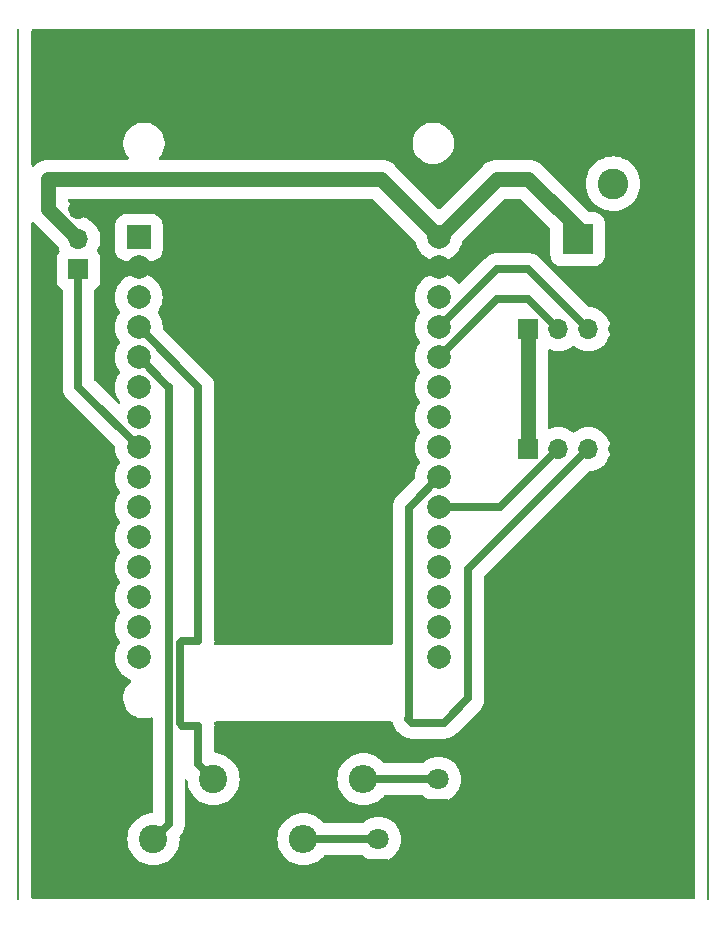
<source format=gbr>
%TF.GenerationSoftware,KiCad,Pcbnew,7.0.8*%
%TF.CreationDate,2023-11-27T10:02:50-05:00*%
%TF.ProjectId,Esquema KiCad Proyecto,45737175-656d-4612-904b-694361642050,rev?*%
%TF.SameCoordinates,Original*%
%TF.FileFunction,Copper,L2,Bot*%
%TF.FilePolarity,Positive*%
%FSLAX46Y46*%
G04 Gerber Fmt 4.6, Leading zero omitted, Abs format (unit mm)*
G04 Created by KiCad (PCBNEW 7.0.8) date 2023-11-27 10:02:50*
%MOMM*%
%LPD*%
G01*
G04 APERTURE LIST*
%TA.AperFunction,NonConductor*%
%ADD10C,0.200000*%
%TD*%
%TA.AperFunction,ComponentPad*%
%ADD11R,2.000000X2.000000*%
%TD*%
%TA.AperFunction,ComponentPad*%
%ADD12C,2.000000*%
%TD*%
%TA.AperFunction,ComponentPad*%
%ADD13R,1.700000X1.700000*%
%TD*%
%TA.AperFunction,ComponentPad*%
%ADD14O,1.700000X1.700000*%
%TD*%
%TA.AperFunction,ComponentPad*%
%ADD15C,2.600000*%
%TD*%
%TA.AperFunction,ComponentPad*%
%ADD16R,2.600000X2.600000*%
%TD*%
%TA.AperFunction,ComponentPad*%
%ADD17C,1.800000*%
%TD*%
%TA.AperFunction,ComponentPad*%
%ADD18R,1.800000X1.800000*%
%TD*%
%TA.AperFunction,ComponentPad*%
%ADD19O,2.400000X2.400000*%
%TD*%
%TA.AperFunction,ComponentPad*%
%ADD20C,2.400000*%
%TD*%
%TA.AperFunction,Conductor*%
%ADD21C,0.700000*%
%TD*%
%TA.AperFunction,Conductor*%
%ADD22C,1.300000*%
%TD*%
G04 APERTURE END LIST*
D10*
X226060000Y-35560000D02*
X226060000Y-109220000D01*
X226060000Y-35560000D01*
X167640000Y-35560000D02*
X167640000Y-109220000D01*
X167640000Y-35560000D01*
D11*
%TO.P,U2,1,3V3*%
%TO.N,unconnected-(U2-3V3-Pad1)*%
X177835000Y-53180000D03*
D12*
%TO.P,U2,2,GND*%
%TO.N,GND*%
X177835000Y-55720000D03*
%TO.P,U2,3,D15*%
%TO.N,unconnected-(U2-D15-Pad3)*%
X177835000Y-58260000D03*
%TO.P,U2,4,D2*%
%TO.N,Q Led_Rojo*%
X177835000Y-60800000D03*
%TO.P,U2,5,D4*%
%TO.N,Q Led_Verde*%
X177835000Y-63340000D03*
%TO.P,U2,6,RX2*%
%TO.N,unconnected-(U2-RX2-Pad6)*%
X177835000Y-65880000D03*
%TO.P,U2,7,TX2*%
%TO.N,unconnected-(U2-TX2-Pad7)*%
X177835000Y-68420000D03*
%TO.P,U2,8,D5*%
%TO.N,Q PWM*%
X177835000Y-70960000D03*
%TO.P,U2,9,D18*%
%TO.N,unconnected-(U2-D18-Pad9)*%
X177835000Y-73500000D03*
%TO.P,U2,10,D19*%
%TO.N,unconnected-(U2-D19-Pad10)*%
X177835000Y-76040000D03*
%TO.P,U2,11,D21*%
%TO.N,unconnected-(U2-D21-Pad11)*%
X177835000Y-78580000D03*
%TO.P,U2,12,RX0*%
%TO.N,unconnected-(U2-RX0-Pad12)*%
X177835000Y-81120000D03*
%TO.P,U2,13,TX0*%
%TO.N,unconnected-(U2-TX0-Pad13)*%
X177835000Y-83660000D03*
%TO.P,U2,14,D22*%
%TO.N,unconnected-(U2-D22-Pad14)*%
X177835000Y-86200000D03*
%TO.P,U2,15,D23*%
%TO.N,unconnected-(U2-D23-Pad15)*%
X177835000Y-88740000D03*
%TO.P,U2,16,EN*%
%TO.N,unconnected-(U2-EN-Pad16)*%
X203235000Y-88740000D03*
%TO.P,U2,17,VP*%
%TO.N,unconnected-(U2-VP-Pad17)*%
X203235000Y-86200000D03*
%TO.P,U2,18,VN*%
%TO.N,unconnected-(U2-VN-Pad18)*%
X203235000Y-83660000D03*
%TO.P,U2,19,D34*%
%TO.N,unconnected-(U2-D34-Pad19)*%
X203235000Y-81120000D03*
%TO.P,U2,20,D35*%
%TO.N,unconnected-(U2-D35-Pad20)*%
X203235000Y-78580000D03*
%TO.P,U2,21,D32*%
%TO.N,Q TRIGGER 0*%
X203235000Y-76040000D03*
%TO.P,U2,22,D33*%
%TO.N,Q ECHO 0*%
X203235000Y-73500000D03*
%TO.P,U2,23,D25*%
%TO.N,unconnected-(U2-D25-Pad23)*%
X203235000Y-70960000D03*
%TO.P,U2,24,D26*%
%TO.N,unconnected-(U2-D26-Pad24)*%
X203235000Y-68420000D03*
%TO.P,U2,25,D27*%
%TO.N,unconnected-(U2-D27-Pad25)*%
X203235000Y-65880000D03*
%TO.P,U2,26,D14*%
%TO.N,Q TRIGGER 1*%
X203235000Y-63340000D03*
%TO.P,U2,27,D12*%
%TO.N,Q ECHO 1*%
X203235000Y-60800000D03*
%TO.P,U2,28,D13*%
%TO.N,unconnected-(U2-D13-Pad28)*%
X203235000Y-58260000D03*
%TO.P,U2,29,GND*%
%TO.N,GND*%
X203235000Y-55720000D03*
%TO.P,U2,30,VIN*%
%TO.N,+5V*%
X203235000Y-53180000D03*
%TD*%
D13*
%TO.P,J3,1,Pin_1*%
%TO.N,+5V*%
X210820000Y-60960000D03*
D14*
%TO.P,J3,2,Pin_2*%
%TO.N,Q TRIGGER 1*%
X213360000Y-60960000D03*
%TO.P,J3,3,Pin_3*%
%TO.N,Q ECHO 1*%
X215900000Y-60960000D03*
%TO.P,J3,4,Pin_4*%
%TO.N,GND*%
X218440000Y-60960000D03*
%TD*%
D15*
%TO.P,J2,3*%
%TO.N,N/C*%
X217980000Y-48640000D03*
%TO.P,J2,2*%
%TO.N,GND*%
X220980000Y-53340000D03*
D16*
%TO.P,J2,1*%
%TO.N,+5V*%
X214980000Y-53340000D03*
%TD*%
D13*
%TO.P,J1,1,Pin_1*%
%TO.N,+5V*%
X210820000Y-71120000D03*
D14*
%TO.P,J1,2,Pin_2*%
%TO.N,Q TRIGGER 0*%
X213360000Y-71120000D03*
%TO.P,J1,3,Pin_3*%
%TO.N,Q ECHO 0*%
X215900000Y-71120000D03*
%TO.P,J1,4,Pin_4*%
%TO.N,GND*%
X218440000Y-71120000D03*
%TD*%
D17*
%TO.P,D2,2,A*%
%TO.N,Net-(D2-A)*%
X203200000Y-99060000D03*
D18*
%TO.P,D2,1,K*%
%TO.N,GND*%
X203200000Y-101600000D03*
%TD*%
D13*
%TO.P,M1,1,PWM*%
%TO.N,Q PWM*%
X172720000Y-55880000D03*
D14*
%TO.P,M1,2,+*%
%TO.N,+5V*%
X172720000Y-53340000D03*
%TO.P,M1,3,-*%
%TO.N,GND*%
X172720000Y-50800000D03*
%TD*%
D17*
%TO.P,D1,2,A*%
%TO.N,Net-(D1-A)*%
X198120000Y-104140000D03*
D18*
%TO.P,D1,1,K*%
%TO.N,GND*%
X198120000Y-106680000D03*
%TD*%
D19*
%TO.P,R2,2*%
%TO.N,Net-(D2-A)*%
X196850000Y-99060000D03*
D20*
%TO.P,R2,1*%
%TO.N,Q Led_Rojo*%
X184150000Y-99060000D03*
%TD*%
D19*
%TO.P,R1,2*%
%TO.N,Net-(D1-A)*%
X191770000Y-104140000D03*
D20*
%TO.P,R1,1*%
%TO.N,Q Led_Verde*%
X179070000Y-104140000D03*
%TD*%
D21*
%TO.N,Q Led_Rojo*%
X182880000Y-97790000D02*
X184150000Y-99060000D01*
X181480024Y-94520000D02*
X182880000Y-94520000D01*
X182880000Y-94520000D02*
X182880000Y-97790000D01*
X181275000Y-94314976D02*
X181480024Y-94520000D01*
X181480024Y-87330000D02*
X181275000Y-87535024D01*
X182880000Y-87330000D02*
X181480024Y-87330000D01*
X181275000Y-87535024D02*
X181275000Y-94314976D01*
X182880000Y-65845000D02*
X182880000Y-87330000D01*
X177835000Y-60800000D02*
X182880000Y-65845000D01*
D22*
%TO.N,GND*%
X203235000Y-55720000D02*
X203395000Y-55880000D01*
D21*
%TO.N,Q PWM*%
X172720000Y-65845000D02*
X172720000Y-63500000D01*
X177835000Y-70960000D02*
X172720000Y-65845000D01*
X172720000Y-63500000D02*
X172720000Y-55880000D01*
%TO.N,Q ECHO 1*%
X210820000Y-55880000D02*
X215900000Y-60960000D01*
X203235000Y-60800000D02*
X208155000Y-55880000D01*
X208155000Y-55880000D02*
X210820000Y-55880000D01*
D22*
%TO.N,+5V*%
X208155000Y-48260000D02*
X210820000Y-48260000D01*
X203235000Y-53180000D02*
X208155000Y-48260000D01*
X210820000Y-48260000D02*
X214980000Y-52420000D01*
X214980000Y-52420000D02*
X214980000Y-53340000D01*
%TO.N,GND*%
X177446636Y-55720000D02*
X177835000Y-55720000D01*
X172720000Y-50800000D02*
X172720000Y-50993364D01*
%TO.N,+5V*%
X170180000Y-48260000D02*
X198315000Y-48260000D01*
X172720000Y-53340000D02*
X170180000Y-50800000D01*
X170180000Y-50800000D02*
X170180000Y-48260000D01*
X198315000Y-48260000D02*
X200757500Y-50702500D01*
X200757500Y-50702500D02*
X203235000Y-53180000D01*
X199353204Y-49298204D02*
X200757500Y-50702500D01*
D21*
%TO.N,Q TRIGGER 0*%
X213360000Y-71120000D02*
X208440000Y-76040000D01*
X208440000Y-76040000D02*
X203235000Y-76040000D01*
%TO.N,Q ECHO 0*%
X200950000Y-94270000D02*
X200660000Y-93980000D01*
X203200000Y-94270000D02*
X200950000Y-94270000D01*
%TO.N,Q TRIGGER 1*%
X208155000Y-58420000D02*
X203235000Y-63340000D01*
X210820000Y-58420000D02*
X208155000Y-58420000D01*
X213360000Y-60960000D02*
X210820000Y-58420000D01*
%TO.N,Q ECHO 0*%
X205740000Y-92214848D02*
X203684848Y-94270000D01*
X205740000Y-81280000D02*
X205740000Y-92214848D01*
X203684848Y-94270000D02*
X203200000Y-94270000D01*
X215900000Y-71120000D02*
X205740000Y-81280000D01*
X200665000Y-76070000D02*
X203235000Y-73500000D01*
X200665000Y-93985000D02*
X200665000Y-76070000D01*
%TO.N,Q Led_Verde*%
X180340000Y-65845000D02*
X180340000Y-65860000D01*
X177835000Y-63340000D02*
X180340000Y-65845000D01*
%TO.N,Net-(D2-A)*%
X196850000Y-99060000D02*
X203200000Y-99060000D01*
%TO.N,Net-(D1-A)*%
X191770000Y-104140000D02*
X198120000Y-104140000D01*
%TO.N,Q Led_Verde*%
X180355000Y-102855000D02*
X179070000Y-104140000D01*
X180355000Y-65860000D02*
X180355000Y-102855000D01*
D22*
%TO.N,+5V*%
X210820000Y-66040000D02*
X210820000Y-71120000D01*
X210820000Y-60960000D02*
X210820000Y-66040000D01*
%TD*%
%TA.AperFunction,Conductor*%
%TO.N,GND*%
G36*
X224902539Y-35580185D02*
G01*
X224948294Y-35632989D01*
X224959500Y-35684500D01*
X224959500Y-109095500D01*
X224939815Y-109162539D01*
X224887011Y-109208294D01*
X224835500Y-109219500D01*
X168864500Y-109219500D01*
X168797461Y-109199815D01*
X168751706Y-109147011D01*
X168740500Y-109095500D01*
X168740500Y-51992068D01*
X168760185Y-51925029D01*
X168812989Y-51879274D01*
X168882147Y-51869330D01*
X168945703Y-51898355D01*
X168958786Y-51911532D01*
X169009311Y-51970689D01*
X169056939Y-52011367D01*
X169060490Y-52014650D01*
X170121806Y-53075965D01*
X170939528Y-53893687D01*
X170968029Y-53938034D01*
X171032428Y-54110694D01*
X171094451Y-54224279D01*
X171101962Y-54238035D01*
X171111282Y-54255102D01*
X171126134Y-54323374D01*
X171101718Y-54388839D01*
X171098552Y-54392889D01*
X171030305Y-54476587D01*
X170936089Y-54656954D01*
X170880114Y-54852583D01*
X170880113Y-54852586D01*
X170869500Y-54971965D01*
X170869500Y-54971966D01*
X170869501Y-56788032D01*
X170869501Y-56788033D01*
X170880113Y-56907415D01*
X170936089Y-57103045D01*
X170936090Y-57103048D01*
X170936091Y-57103049D01*
X171030302Y-57283407D01*
X171030304Y-57283409D01*
X171158890Y-57441109D01*
X171321467Y-57573672D01*
X171320103Y-57575344D01*
X171358869Y-57621116D01*
X171369500Y-57671351D01*
X171369500Y-63441034D01*
X171369500Y-65726846D01*
X171369500Y-65726847D01*
X171369500Y-65963153D01*
X171371615Y-65975147D01*
X171379307Y-66018776D01*
X171380013Y-66024139D01*
X171384937Y-66080410D01*
X171399553Y-66134960D01*
X171400724Y-66140242D01*
X171410534Y-66195873D01*
X171429850Y-66248944D01*
X171431477Y-66254105D01*
X171446095Y-66308657D01*
X171446097Y-66308663D01*
X171469972Y-66359863D01*
X171472031Y-66364834D01*
X171491353Y-66417920D01*
X171491357Y-66417930D01*
X171519598Y-66466844D01*
X171522097Y-66471644D01*
X171545964Y-66522828D01*
X171545965Y-66522830D01*
X171578357Y-66569090D01*
X171581264Y-66573653D01*
X171609509Y-66622574D01*
X171609511Y-66622576D01*
X171645814Y-66665840D01*
X171649108Y-66670133D01*
X171681506Y-66716403D01*
X171850733Y-66885630D01*
X171850755Y-66885650D01*
X175795735Y-70830631D01*
X175829220Y-70891954D01*
X175831738Y-70927155D01*
X175829390Y-70959995D01*
X175829390Y-70960001D01*
X175849804Y-71245433D01*
X175910628Y-71525037D01*
X176010635Y-71793166D01*
X176147770Y-72044309D01*
X176147771Y-72044310D01*
X176147774Y-72044315D01*
X176231147Y-72155689D01*
X176231148Y-72155690D01*
X176255564Y-72221155D01*
X176240712Y-72289428D01*
X176231148Y-72304310D01*
X176147770Y-72415690D01*
X176010635Y-72666833D01*
X175910628Y-72934962D01*
X175849804Y-73214566D01*
X175829390Y-73499998D01*
X175829390Y-73500001D01*
X175849804Y-73785433D01*
X175910628Y-74065037D01*
X176010635Y-74333166D01*
X176147770Y-74584309D01*
X176147772Y-74584312D01*
X176147774Y-74584315D01*
X176226514Y-74689500D01*
X176231148Y-74695690D01*
X176255564Y-74761155D01*
X176240712Y-74829428D01*
X176231148Y-74844310D01*
X176147770Y-74955690D01*
X176010635Y-75206833D01*
X175910628Y-75474962D01*
X175849804Y-75754566D01*
X175829390Y-76039998D01*
X175829390Y-76040001D01*
X175849804Y-76325433D01*
X175910628Y-76605037D01*
X176010635Y-76873166D01*
X176147770Y-77124309D01*
X176231148Y-77235690D01*
X176255564Y-77301155D01*
X176240712Y-77369428D01*
X176231150Y-77384306D01*
X176211778Y-77410185D01*
X176147770Y-77495690D01*
X176010635Y-77746833D01*
X175910628Y-78014962D01*
X175849804Y-78294566D01*
X175829390Y-78579998D01*
X175829390Y-78580001D01*
X175849804Y-78865433D01*
X175910628Y-79145037D01*
X176010635Y-79413166D01*
X176147770Y-79664309D01*
X176231148Y-79775690D01*
X176255564Y-79841155D01*
X176240712Y-79909428D01*
X176231148Y-79924310D01*
X176147770Y-80035690D01*
X176010635Y-80286833D01*
X175910628Y-80554962D01*
X175849804Y-80834566D01*
X175829390Y-81119998D01*
X175829390Y-81120001D01*
X175849804Y-81405433D01*
X175910628Y-81685037D01*
X175910630Y-81685043D01*
X175910631Y-81685046D01*
X175987357Y-81890756D01*
X176010635Y-81953166D01*
X176147770Y-82204309D01*
X176231148Y-82315690D01*
X176255564Y-82381155D01*
X176240712Y-82449428D01*
X176231148Y-82464310D01*
X176147770Y-82575690D01*
X176010635Y-82826833D01*
X175910628Y-83094962D01*
X175849804Y-83374566D01*
X175829390Y-83659998D01*
X175829390Y-83660001D01*
X175849804Y-83945433D01*
X175910628Y-84225037D01*
X176010635Y-84493166D01*
X176147770Y-84744309D01*
X176231148Y-84855690D01*
X176255564Y-84921155D01*
X176240712Y-84989428D01*
X176231148Y-85004310D01*
X176147770Y-85115690D01*
X176010635Y-85366833D01*
X175910628Y-85634962D01*
X175849804Y-85914566D01*
X175829390Y-86199998D01*
X175829390Y-86200001D01*
X175849804Y-86485433D01*
X175910628Y-86765037D01*
X176010635Y-87033166D01*
X176147770Y-87284309D01*
X176147772Y-87284312D01*
X176147774Y-87284315D01*
X176181974Y-87330001D01*
X176231148Y-87395690D01*
X176255564Y-87461155D01*
X176240712Y-87529428D01*
X176231148Y-87544310D01*
X176147770Y-87655690D01*
X176010635Y-87906833D01*
X175910628Y-88174962D01*
X175849804Y-88454566D01*
X175829390Y-88739998D01*
X175829390Y-88740001D01*
X175849804Y-89025433D01*
X175910628Y-89305037D01*
X176010635Y-89573166D01*
X176147770Y-89824309D01*
X176147775Y-89824317D01*
X176319254Y-90053387D01*
X176319270Y-90053405D01*
X176521594Y-90255729D01*
X176521612Y-90255745D01*
X176750682Y-90427224D01*
X176750690Y-90427229D01*
X177001833Y-90564364D01*
X177001832Y-90564364D01*
X177001836Y-90564365D01*
X177001839Y-90564367D01*
X177109316Y-90604454D01*
X177165248Y-90646325D01*
X177189665Y-90711789D01*
X177174813Y-90780062D01*
X177143295Y-90817581D01*
X177061015Y-90883197D01*
X176882567Y-91075520D01*
X176734768Y-91292302D01*
X176734767Y-91292303D01*
X176620938Y-91528673D01*
X176543606Y-91779376D01*
X176543605Y-91779381D01*
X176543604Y-91779385D01*
X176528853Y-91877247D01*
X176504500Y-92038812D01*
X176504500Y-92301187D01*
X176517681Y-92388633D01*
X176543604Y-92560615D01*
X176543605Y-92560617D01*
X176543606Y-92560623D01*
X176620938Y-92811326D01*
X176734767Y-93047696D01*
X176734768Y-93047697D01*
X176734770Y-93047700D01*
X176734772Y-93047704D01*
X176761056Y-93086255D01*
X176882567Y-93264479D01*
X177061014Y-93456801D01*
X177061018Y-93456804D01*
X177061019Y-93456805D01*
X177266143Y-93620386D01*
X177493357Y-93751568D01*
X177737584Y-93847420D01*
X177993370Y-93905802D01*
X177993376Y-93905802D01*
X177993379Y-93905803D01*
X178189500Y-93920500D01*
X178189506Y-93920500D01*
X178320500Y-93920500D01*
X178516620Y-93905803D01*
X178516622Y-93905802D01*
X178516630Y-93905802D01*
X178772416Y-93847420D01*
X178835197Y-93822779D01*
X178904794Y-93816611D01*
X178966678Y-93849049D01*
X179001201Y-93909794D01*
X179004500Y-93938208D01*
X179004500Y-101822932D01*
X178984815Y-101889971D01*
X178932011Y-101935726D01*
X178888610Y-101946666D01*
X178782178Y-101953642D01*
X178782166Y-101953643D01*
X178782161Y-101953644D01*
X178782153Y-101953645D01*
X178782150Y-101953646D01*
X178499254Y-102009917D01*
X178499239Y-102009921D01*
X178226094Y-102102642D01*
X177967393Y-102230219D01*
X177967386Y-102230223D01*
X177727547Y-102390478D01*
X177510672Y-102580672D01*
X177320478Y-102797547D01*
X177160223Y-103037386D01*
X177160219Y-103037393D01*
X177032642Y-103296094D01*
X176939921Y-103569239D01*
X176939917Y-103569254D01*
X176883646Y-103852150D01*
X176883644Y-103852162D01*
X176864778Y-104140000D01*
X176883644Y-104427837D01*
X176883646Y-104427849D01*
X176939917Y-104710745D01*
X176939921Y-104710760D01*
X177032642Y-104983905D01*
X177160219Y-105242606D01*
X177160223Y-105242613D01*
X177320478Y-105482452D01*
X177510672Y-105699327D01*
X177727547Y-105889521D01*
X177967386Y-106049776D01*
X177967389Y-106049778D01*
X178226098Y-106177359D01*
X178499247Y-106270081D01*
X178782161Y-106326356D01*
X179070000Y-106345222D01*
X179357839Y-106326356D01*
X179640753Y-106270081D01*
X179913902Y-106177359D01*
X180172611Y-106049778D01*
X180412454Y-105889520D01*
X180629327Y-105699327D01*
X180819520Y-105482454D01*
X180979778Y-105242611D01*
X181107359Y-104983902D01*
X181200081Y-104710753D01*
X181256356Y-104427839D01*
X181275222Y-104140000D01*
X189564778Y-104140000D01*
X189583644Y-104427837D01*
X189583646Y-104427849D01*
X189639917Y-104710745D01*
X189639921Y-104710760D01*
X189732642Y-104983905D01*
X189860219Y-105242606D01*
X189860223Y-105242613D01*
X190020478Y-105482452D01*
X190210672Y-105699327D01*
X190427547Y-105889521D01*
X190667386Y-106049776D01*
X190667389Y-106049778D01*
X190926098Y-106177359D01*
X191199247Y-106270081D01*
X191482161Y-106326356D01*
X191770000Y-106345222D01*
X192057839Y-106326356D01*
X192340753Y-106270081D01*
X192613902Y-106177359D01*
X192872611Y-106049778D01*
X193112454Y-105889520D01*
X193329327Y-105699327D01*
X193475420Y-105532741D01*
X193534422Y-105495317D01*
X193568648Y-105490500D01*
X196731425Y-105490500D01*
X196798464Y-105510185D01*
X196819107Y-105526820D01*
X196872247Y-105579961D01*
X196872253Y-105579966D01*
X196872258Y-105579971D01*
X197089887Y-105742887D01*
X197089891Y-105742889D01*
X197089892Y-105742890D01*
X197328481Y-105873169D01*
X197328480Y-105873169D01*
X197328484Y-105873170D01*
X197328487Y-105873172D01*
X197583199Y-105968175D01*
X197848840Y-106025961D01*
X198100605Y-106043967D01*
X198119999Y-106045355D01*
X198120000Y-106045355D01*
X198120001Y-106045355D01*
X198138100Y-106044060D01*
X198391160Y-106025961D01*
X198656801Y-105968175D01*
X198911513Y-105873172D01*
X198911517Y-105873169D01*
X198911519Y-105873169D01*
X199030813Y-105808029D01*
X199150113Y-105742887D01*
X199367742Y-105579971D01*
X199559971Y-105387742D01*
X199722887Y-105170113D01*
X199853172Y-104931513D01*
X199948175Y-104676801D01*
X200005961Y-104411160D01*
X200025355Y-104140000D01*
X200025354Y-104139992D01*
X200022765Y-104103799D01*
X200005961Y-103868840D01*
X199948175Y-103603199D01*
X199853172Y-103348487D01*
X199853170Y-103348484D01*
X199853169Y-103348480D01*
X199722890Y-103109892D01*
X199722889Y-103109891D01*
X199722887Y-103109887D01*
X199559971Y-102892258D01*
X199559966Y-102892253D01*
X199559961Y-102892247D01*
X199367752Y-102700038D01*
X199367746Y-102700033D01*
X199367742Y-102700029D01*
X199150113Y-102537113D01*
X199150108Y-102537110D01*
X199150107Y-102537109D01*
X198911518Y-102406830D01*
X198911519Y-102406830D01*
X198861920Y-102388330D01*
X198656801Y-102311825D01*
X198656794Y-102311823D01*
X198656793Y-102311823D01*
X198391167Y-102254040D01*
X198391160Y-102254039D01*
X198120001Y-102234645D01*
X198119999Y-102234645D01*
X197848839Y-102254039D01*
X197848832Y-102254040D01*
X197583206Y-102311823D01*
X197583202Y-102311824D01*
X197583199Y-102311825D01*
X197455843Y-102359326D01*
X197328480Y-102406830D01*
X197089892Y-102537109D01*
X197089891Y-102537110D01*
X196872259Y-102700028D01*
X196872247Y-102700038D01*
X196819107Y-102753180D01*
X196757784Y-102786666D01*
X196731425Y-102789500D01*
X193568648Y-102789500D01*
X193501609Y-102769815D01*
X193475420Y-102747259D01*
X193329327Y-102580672D01*
X193112452Y-102390478D01*
X192872613Y-102230223D01*
X192872606Y-102230219D01*
X192613905Y-102102642D01*
X192340760Y-102009921D01*
X192340754Y-102009919D01*
X192340753Y-102009919D01*
X192340751Y-102009918D01*
X192340745Y-102009917D01*
X192057849Y-101953646D01*
X192057839Y-101953644D01*
X191770000Y-101934778D01*
X191482161Y-101953644D01*
X191482155Y-101953645D01*
X191482150Y-101953646D01*
X191199254Y-102009917D01*
X191199239Y-102009921D01*
X190926094Y-102102642D01*
X190667393Y-102230219D01*
X190667386Y-102230223D01*
X190427547Y-102390478D01*
X190210672Y-102580672D01*
X190020478Y-102797547D01*
X189860223Y-103037386D01*
X189860219Y-103037393D01*
X189732642Y-103296094D01*
X189639921Y-103569239D01*
X189639917Y-103569254D01*
X189583646Y-103852150D01*
X189583644Y-103852162D01*
X189564778Y-104140000D01*
X181275222Y-104140000D01*
X181260729Y-103918900D01*
X181275986Y-103850721D01*
X181296778Y-103823116D01*
X181332327Y-103787567D01*
X181351644Y-103768253D01*
X181393492Y-103726404D01*
X181393495Y-103726401D01*
X181425905Y-103680112D01*
X181429185Y-103675840D01*
X181438484Y-103664756D01*
X181465490Y-103632574D01*
X181493734Y-103583652D01*
X181496624Y-103579114D01*
X181529035Y-103532829D01*
X181552904Y-103481639D01*
X181555399Y-103476848D01*
X181558209Y-103471980D01*
X181583644Y-103427927D01*
X181602966Y-103374837D01*
X181605019Y-103369878D01*
X181628903Y-103318663D01*
X181643524Y-103264094D01*
X181645149Y-103258941D01*
X181664463Y-103205876D01*
X181664462Y-103205876D01*
X181664465Y-103205871D01*
X181674276Y-103150225D01*
X181675436Y-103144992D01*
X181690063Y-103090408D01*
X181694985Y-103034139D01*
X181695688Y-103028793D01*
X181705500Y-102973154D01*
X181705500Y-102736847D01*
X181705500Y-99197130D01*
X181725185Y-99130091D01*
X181777989Y-99084336D01*
X181847147Y-99074392D01*
X181910703Y-99103417D01*
X181948477Y-99162195D01*
X181953234Y-99189014D01*
X181962551Y-99331160D01*
X181963644Y-99347837D01*
X181963646Y-99347849D01*
X182019917Y-99630745D01*
X182019921Y-99630760D01*
X182112642Y-99903905D01*
X182240219Y-100162606D01*
X182240223Y-100162613D01*
X182400478Y-100402452D01*
X182590672Y-100619327D01*
X182807547Y-100809521D01*
X183047386Y-100969776D01*
X183047389Y-100969778D01*
X183306098Y-101097359D01*
X183579247Y-101190081D01*
X183862161Y-101246356D01*
X184150000Y-101265222D01*
X184437839Y-101246356D01*
X184720753Y-101190081D01*
X184993902Y-101097359D01*
X185252611Y-100969778D01*
X185492454Y-100809520D01*
X185709327Y-100619327D01*
X185899520Y-100402454D01*
X186059778Y-100162611D01*
X186187359Y-99903902D01*
X186280081Y-99630753D01*
X186336356Y-99347839D01*
X186355222Y-99060000D01*
X194644778Y-99060000D01*
X194663644Y-99347837D01*
X194663646Y-99347849D01*
X194719917Y-99630745D01*
X194719921Y-99630760D01*
X194812642Y-99903905D01*
X194940219Y-100162606D01*
X194940223Y-100162613D01*
X195100478Y-100402452D01*
X195290672Y-100619327D01*
X195507547Y-100809521D01*
X195747386Y-100969776D01*
X195747389Y-100969778D01*
X196006098Y-101097359D01*
X196279247Y-101190081D01*
X196562161Y-101246356D01*
X196850000Y-101265222D01*
X197137839Y-101246356D01*
X197420753Y-101190081D01*
X197693902Y-101097359D01*
X197952611Y-100969778D01*
X198192454Y-100809520D01*
X198409327Y-100619327D01*
X198555420Y-100452741D01*
X198614422Y-100415317D01*
X198648648Y-100410500D01*
X201811425Y-100410500D01*
X201878464Y-100430185D01*
X201899107Y-100446820D01*
X201952247Y-100499961D01*
X201952253Y-100499966D01*
X201952258Y-100499971D01*
X202169887Y-100662887D01*
X202169891Y-100662889D01*
X202169892Y-100662890D01*
X202408481Y-100793169D01*
X202408480Y-100793169D01*
X202408484Y-100793170D01*
X202408487Y-100793172D01*
X202663199Y-100888175D01*
X202928840Y-100945961D01*
X203180605Y-100963967D01*
X203199999Y-100965355D01*
X203200000Y-100965355D01*
X203200001Y-100965355D01*
X203218100Y-100964060D01*
X203471160Y-100945961D01*
X203736801Y-100888175D01*
X203991513Y-100793172D01*
X203991517Y-100793169D01*
X203991519Y-100793169D01*
X204110813Y-100728029D01*
X204230113Y-100662887D01*
X204447742Y-100499971D01*
X204639971Y-100307742D01*
X204802887Y-100090113D01*
X204933172Y-99851513D01*
X205028175Y-99596801D01*
X205085961Y-99331160D01*
X205105355Y-99060000D01*
X205085961Y-98788840D01*
X205028175Y-98523199D01*
X204933172Y-98268487D01*
X204933170Y-98268484D01*
X204933169Y-98268480D01*
X204802890Y-98029892D01*
X204802889Y-98029891D01*
X204802887Y-98029887D01*
X204639971Y-97812258D01*
X204639966Y-97812253D01*
X204639961Y-97812247D01*
X204447752Y-97620038D01*
X204447746Y-97620033D01*
X204447742Y-97620029D01*
X204230113Y-97457113D01*
X204230108Y-97457110D01*
X204230107Y-97457109D01*
X203991518Y-97326830D01*
X203991519Y-97326830D01*
X203941920Y-97308330D01*
X203736801Y-97231825D01*
X203736794Y-97231823D01*
X203736793Y-97231823D01*
X203471167Y-97174040D01*
X203471160Y-97174039D01*
X203200001Y-97154645D01*
X203199999Y-97154645D01*
X202928839Y-97174039D01*
X202928832Y-97174040D01*
X202663206Y-97231823D01*
X202663202Y-97231824D01*
X202663199Y-97231825D01*
X202535843Y-97279326D01*
X202408480Y-97326830D01*
X202169892Y-97457109D01*
X202169891Y-97457110D01*
X201952259Y-97620028D01*
X201952247Y-97620038D01*
X201899107Y-97673180D01*
X201837784Y-97706666D01*
X201811425Y-97709500D01*
X198648648Y-97709500D01*
X198581609Y-97689815D01*
X198555420Y-97667259D01*
X198409327Y-97500672D01*
X198192452Y-97310478D01*
X197952613Y-97150223D01*
X197952606Y-97150219D01*
X197693905Y-97022642D01*
X197420760Y-96929921D01*
X197420754Y-96929919D01*
X197420753Y-96929919D01*
X197420751Y-96929918D01*
X197420745Y-96929917D01*
X197137849Y-96873646D01*
X197137839Y-96873644D01*
X196850000Y-96854778D01*
X196562161Y-96873644D01*
X196562155Y-96873645D01*
X196562150Y-96873646D01*
X196279254Y-96929917D01*
X196279239Y-96929921D01*
X196006094Y-97022642D01*
X195747393Y-97150219D01*
X195747386Y-97150223D01*
X195507547Y-97310478D01*
X195290672Y-97500672D01*
X195100478Y-97717547D01*
X194940223Y-97957386D01*
X194940219Y-97957393D01*
X194812642Y-98216094D01*
X194719921Y-98489239D01*
X194719917Y-98489254D01*
X194663646Y-98772150D01*
X194663644Y-98772162D01*
X194644778Y-99060000D01*
X186355222Y-99060000D01*
X186336356Y-98772161D01*
X186280081Y-98489247D01*
X186187359Y-98216098D01*
X186059778Y-97957389D01*
X185899520Y-97717546D01*
X185892464Y-97709500D01*
X185709327Y-97500672D01*
X185492452Y-97310478D01*
X185252613Y-97150223D01*
X185252606Y-97150219D01*
X184993905Y-97022642D01*
X184720760Y-96929921D01*
X184720754Y-96929919D01*
X184720753Y-96929919D01*
X184720751Y-96929918D01*
X184720745Y-96929917D01*
X184437849Y-96873646D01*
X184437839Y-96873644D01*
X184437832Y-96873643D01*
X184437822Y-96873642D01*
X184346389Y-96867649D01*
X184280781Y-96843622D01*
X184238578Y-96787938D01*
X184230500Y-96743915D01*
X184230500Y-94581673D01*
X184230736Y-94576267D01*
X184232779Y-94552923D01*
X184235659Y-94520000D01*
X184227542Y-94427219D01*
X184216832Y-94304807D01*
X184230599Y-94236307D01*
X184279214Y-94186124D01*
X184340360Y-94170000D01*
X199218120Y-94170000D01*
X199285159Y-94189685D01*
X199330914Y-94242489D01*
X199340236Y-94272468D01*
X199350534Y-94330872D01*
X199383724Y-94422061D01*
X199385350Y-94427219D01*
X199391095Y-94448656D01*
X199391102Y-94448676D01*
X199400477Y-94468781D01*
X199402548Y-94473779D01*
X199431354Y-94552923D01*
X199431357Y-94552930D01*
X199473470Y-94625871D01*
X199475968Y-94630670D01*
X199490963Y-94662827D01*
X199490966Y-94662831D01*
X199511316Y-94691893D01*
X199514224Y-94696458D01*
X199549510Y-94757576D01*
X199573432Y-94786084D01*
X199594878Y-94811643D01*
X199598156Y-94815915D01*
X199626505Y-94856401D01*
X199626508Y-94856404D01*
X199795734Y-95025631D01*
X199795755Y-95025650D01*
X199909853Y-95139748D01*
X199909882Y-95139779D01*
X200078595Y-95308492D01*
X200078598Y-95308494D01*
X200078599Y-95308495D01*
X200124887Y-95340906D01*
X200129150Y-95344177D01*
X200172427Y-95380491D01*
X200221343Y-95408732D01*
X200221346Y-95408734D01*
X200225905Y-95411639D01*
X200272171Y-95444035D01*
X200272172Y-95444035D01*
X200272173Y-95444036D01*
X200272174Y-95444037D01*
X200296332Y-95455301D01*
X200323367Y-95467908D01*
X200328146Y-95470396D01*
X200377074Y-95498645D01*
X200430141Y-95517959D01*
X200435141Y-95520029D01*
X200486337Y-95543903D01*
X200540908Y-95558524D01*
X200546033Y-95560140D01*
X200599129Y-95579466D01*
X200654770Y-95589276D01*
X200660028Y-95590442D01*
X200714592Y-95605063D01*
X200770864Y-95609985D01*
X200776199Y-95610687D01*
X200831847Y-95620500D01*
X200831850Y-95620500D01*
X203802998Y-95620500D01*
X203803001Y-95620500D01*
X203858648Y-95610687D01*
X203863959Y-95609987D01*
X203920256Y-95605063D01*
X203974823Y-95590441D01*
X203980071Y-95589277D01*
X204035719Y-95579466D01*
X204088834Y-95560132D01*
X204093930Y-95558526D01*
X204148511Y-95543903D01*
X204199705Y-95520029D01*
X204204695Y-95517963D01*
X204257771Y-95498646D01*
X204257770Y-95498646D01*
X204257774Y-95498645D01*
X204306711Y-95470389D01*
X204311470Y-95467911D01*
X204362677Y-95444035D01*
X204408965Y-95411622D01*
X204413476Y-95408748D01*
X204462422Y-95380491D01*
X204505699Y-95344175D01*
X204509973Y-95340896D01*
X204556249Y-95308495D01*
X204723343Y-95141401D01*
X204723343Y-95141399D01*
X204730404Y-95134339D01*
X204730410Y-95134332D01*
X206604332Y-93260410D01*
X206604339Y-93260404D01*
X206611399Y-93253343D01*
X206611401Y-93253343D01*
X206778495Y-93086249D01*
X206810903Y-93039963D01*
X206814186Y-93035686D01*
X206850489Y-92992423D01*
X206850491Y-92992421D01*
X206878744Y-92943483D01*
X206881628Y-92938956D01*
X206914035Y-92892677D01*
X206937911Y-92841473D01*
X206940397Y-92836699D01*
X206968645Y-92787774D01*
X206987963Y-92734692D01*
X206990029Y-92729705D01*
X207013903Y-92678511D01*
X207028526Y-92623930D01*
X207030132Y-92618834D01*
X207049466Y-92565719D01*
X207059279Y-92510063D01*
X207060439Y-92504830D01*
X207075063Y-92450256D01*
X207079986Y-92393982D01*
X207080686Y-92388661D01*
X207090501Y-92333001D01*
X207090501Y-92096695D01*
X207090501Y-92093964D01*
X207090500Y-92093939D01*
X207090500Y-81890756D01*
X207110185Y-81823717D01*
X207126814Y-81803080D01*
X215926177Y-73003716D01*
X215987498Y-72970233D01*
X216005001Y-72967716D01*
X216164026Y-72956343D01*
X216422678Y-72900077D01*
X216670689Y-72807574D01*
X216903011Y-72680716D01*
X217114915Y-72522087D01*
X217302087Y-72334915D01*
X217460716Y-72123011D01*
X217587574Y-71890689D01*
X217680077Y-71642678D01*
X217736343Y-71384026D01*
X217755227Y-71120000D01*
X217736343Y-70855974D01*
X217680077Y-70597322D01*
X217587574Y-70349311D01*
X217466091Y-70126833D01*
X217460719Y-70116994D01*
X217460714Y-70116986D01*
X217302093Y-69905092D01*
X217302077Y-69905074D01*
X217114925Y-69717922D01*
X217114907Y-69717906D01*
X216903013Y-69559285D01*
X216903005Y-69559280D01*
X216670694Y-69432428D01*
X216670690Y-69432426D01*
X216422673Y-69339921D01*
X216164034Y-69283658D01*
X216164027Y-69283657D01*
X215900001Y-69264773D01*
X215899999Y-69264773D01*
X215635972Y-69283657D01*
X215635965Y-69283658D01*
X215377326Y-69339921D01*
X215129309Y-69432426D01*
X215129305Y-69432428D01*
X214896994Y-69559280D01*
X214896986Y-69559285D01*
X214704310Y-69703520D01*
X214638845Y-69727937D01*
X214570573Y-69713085D01*
X214555690Y-69703520D01*
X214363013Y-69559285D01*
X214363005Y-69559280D01*
X214130694Y-69432428D01*
X214130690Y-69432426D01*
X213882673Y-69339921D01*
X213624034Y-69283658D01*
X213624027Y-69283657D01*
X213360001Y-69264773D01*
X213359999Y-69264773D01*
X213095972Y-69283657D01*
X213095965Y-69283658D01*
X212837326Y-69339921D01*
X212637833Y-69414328D01*
X212568141Y-69419312D01*
X212506818Y-69385827D01*
X212473334Y-69324504D01*
X212470500Y-69298146D01*
X212470500Y-62781853D01*
X212490185Y-62714814D01*
X212542989Y-62669059D01*
X212612147Y-62659115D01*
X212637824Y-62665668D01*
X212837322Y-62740077D01*
X213095974Y-62796343D01*
X213339660Y-62813772D01*
X213359999Y-62815227D01*
X213360000Y-62815227D01*
X213360001Y-62815227D01*
X213378885Y-62813876D01*
X213624026Y-62796343D01*
X213882678Y-62740077D01*
X214130689Y-62647574D01*
X214363011Y-62520716D01*
X214554645Y-62377261D01*
X214555690Y-62376479D01*
X214621154Y-62352062D01*
X214689427Y-62366914D01*
X214704310Y-62376479D01*
X214896986Y-62520714D01*
X214896994Y-62520719D01*
X215129305Y-62647571D01*
X215129309Y-62647573D01*
X215129311Y-62647574D01*
X215377322Y-62740077D01*
X215377325Y-62740077D01*
X215377326Y-62740078D01*
X215537650Y-62774954D01*
X215635974Y-62796343D01*
X215879660Y-62813772D01*
X215899999Y-62815227D01*
X215900000Y-62815227D01*
X215900001Y-62815227D01*
X215918885Y-62813876D01*
X216164026Y-62796343D01*
X216422678Y-62740077D01*
X216670689Y-62647574D01*
X216903011Y-62520716D01*
X217114915Y-62362087D01*
X217302087Y-62174915D01*
X217460716Y-61963011D01*
X217587574Y-61730689D01*
X217680077Y-61482678D01*
X217736343Y-61224026D01*
X217755227Y-60960000D01*
X217736343Y-60695974D01*
X217680077Y-60437322D01*
X217587574Y-60189311D01*
X217466091Y-59966833D01*
X217460719Y-59956994D01*
X217460714Y-59956986D01*
X217302093Y-59745092D01*
X217302077Y-59745074D01*
X217114925Y-59557922D01*
X217114907Y-59557906D01*
X216903013Y-59399285D01*
X216903005Y-59399280D01*
X216670694Y-59272428D01*
X216670690Y-59272426D01*
X216422673Y-59179921D01*
X216164034Y-59123658D01*
X216164027Y-59123657D01*
X216005009Y-59112283D01*
X215939545Y-59087866D01*
X215926175Y-59076280D01*
X211860650Y-55010755D01*
X211860630Y-55010733D01*
X211691403Y-54841506D01*
X211645133Y-54809108D01*
X211640840Y-54805814D01*
X211597576Y-54769511D01*
X211597574Y-54769509D01*
X211548653Y-54741264D01*
X211544090Y-54738357D01*
X211497830Y-54705965D01*
X211497828Y-54705964D01*
X211446644Y-54682097D01*
X211441844Y-54679598D01*
X211392930Y-54651357D01*
X211392928Y-54651356D01*
X211392926Y-54651355D01*
X211339834Y-54632031D01*
X211334863Y-54629972D01*
X211302555Y-54614906D01*
X211283664Y-54606097D01*
X211283657Y-54606095D01*
X211229105Y-54591477D01*
X211223944Y-54589850D01*
X211170873Y-54570534D01*
X211115242Y-54560724D01*
X211109960Y-54559553D01*
X211055410Y-54544937D01*
X210999139Y-54540013D01*
X210993776Y-54539307D01*
X210968858Y-54534914D01*
X210938153Y-54529500D01*
X210938149Y-54529500D01*
X208275710Y-54529500D01*
X208275686Y-54529499D01*
X208273153Y-54529499D01*
X208036847Y-54529499D01*
X207985319Y-54538583D01*
X207981218Y-54539307D01*
X207975855Y-54540013D01*
X207919589Y-54544937D01*
X207865036Y-54559554D01*
X207859755Y-54560725D01*
X207804128Y-54570534D01*
X207751063Y-54589848D01*
X207745902Y-54591475D01*
X207691338Y-54606096D01*
X207640138Y-54629969D01*
X207635143Y-54632038D01*
X207582070Y-54651356D01*
X207533149Y-54679600D01*
X207528352Y-54682096D01*
X207477174Y-54705963D01*
X207430908Y-54738358D01*
X207426347Y-54741263D01*
X207377425Y-54769510D01*
X207334157Y-54805814D01*
X207329867Y-54809106D01*
X207283603Y-54841501D01*
X207283595Y-54841508D01*
X207116502Y-55008602D01*
X205035057Y-57090046D01*
X204973734Y-57123531D01*
X204904042Y-57118547D01*
X204848109Y-57076676D01*
X204831989Y-57055142D01*
X204750739Y-56946605D01*
X204750734Y-56946600D01*
X204750729Y-56946594D01*
X204548405Y-56744270D01*
X204548387Y-56744254D01*
X204319317Y-56572775D01*
X204319309Y-56572770D01*
X204068166Y-56435635D01*
X204068167Y-56435635D01*
X203960915Y-56395632D01*
X203800046Y-56335631D01*
X203800043Y-56335630D01*
X203800037Y-56335628D01*
X203520433Y-56274804D01*
X203235001Y-56254390D01*
X203234999Y-56254390D01*
X202949566Y-56274804D01*
X202669962Y-56335628D01*
X202401833Y-56435635D01*
X202150690Y-56572770D01*
X202150682Y-56572775D01*
X201921612Y-56744254D01*
X201921594Y-56744270D01*
X201719270Y-56946594D01*
X201719254Y-56946612D01*
X201547775Y-57175682D01*
X201547770Y-57175690D01*
X201410635Y-57426833D01*
X201310628Y-57694962D01*
X201249804Y-57974566D01*
X201229390Y-58259998D01*
X201229390Y-58260001D01*
X201249804Y-58545433D01*
X201310628Y-58825037D01*
X201410635Y-59093166D01*
X201547770Y-59344309D01*
X201631148Y-59455690D01*
X201655564Y-59521155D01*
X201640712Y-59589428D01*
X201631148Y-59604310D01*
X201547770Y-59715690D01*
X201410635Y-59966833D01*
X201310628Y-60234962D01*
X201249804Y-60514566D01*
X201229390Y-60799998D01*
X201229390Y-60800001D01*
X201249804Y-61085433D01*
X201310628Y-61365037D01*
X201410635Y-61633166D01*
X201547770Y-61884309D01*
X201547772Y-61884312D01*
X201547774Y-61884315D01*
X201631148Y-61995690D01*
X201655564Y-62061155D01*
X201640712Y-62129428D01*
X201631148Y-62144310D01*
X201547770Y-62255690D01*
X201410635Y-62506833D01*
X201310628Y-62774962D01*
X201249804Y-63054566D01*
X201229390Y-63339998D01*
X201229390Y-63340001D01*
X201249804Y-63625433D01*
X201310628Y-63905037D01*
X201410635Y-64173166D01*
X201547770Y-64424309D01*
X201631148Y-64535690D01*
X201655564Y-64601155D01*
X201640712Y-64669428D01*
X201631148Y-64684310D01*
X201547770Y-64795690D01*
X201410635Y-65046833D01*
X201310628Y-65314962D01*
X201249804Y-65594566D01*
X201229390Y-65879998D01*
X201229390Y-65880001D01*
X201249804Y-66165433D01*
X201310628Y-66445037D01*
X201310630Y-66445043D01*
X201310631Y-66445046D01*
X201410633Y-66713161D01*
X201410635Y-66713166D01*
X201547770Y-66964309D01*
X201547771Y-66964310D01*
X201547774Y-66964315D01*
X201631147Y-67075689D01*
X201631148Y-67075690D01*
X201655564Y-67141155D01*
X201640712Y-67209428D01*
X201631151Y-67224305D01*
X201590547Y-67278546D01*
X201547770Y-67335690D01*
X201410635Y-67586833D01*
X201310628Y-67854962D01*
X201249804Y-68134566D01*
X201229390Y-68419998D01*
X201229390Y-68420001D01*
X201249804Y-68705433D01*
X201310628Y-68985037D01*
X201410635Y-69253166D01*
X201547770Y-69504309D01*
X201631148Y-69615690D01*
X201655564Y-69681155D01*
X201640712Y-69749428D01*
X201631148Y-69764310D01*
X201547770Y-69875690D01*
X201410635Y-70126833D01*
X201310628Y-70394962D01*
X201249804Y-70674566D01*
X201229390Y-70959998D01*
X201229390Y-70960001D01*
X201249804Y-71245433D01*
X201310628Y-71525037D01*
X201410635Y-71793166D01*
X201547770Y-72044309D01*
X201547771Y-72044310D01*
X201547774Y-72044315D01*
X201631147Y-72155689D01*
X201631148Y-72155690D01*
X201655564Y-72221155D01*
X201640712Y-72289428D01*
X201631148Y-72304310D01*
X201547770Y-72415690D01*
X201410635Y-72666833D01*
X201310628Y-72934962D01*
X201249804Y-73214566D01*
X201229390Y-73499998D01*
X201229390Y-73500004D01*
X201231738Y-73532844D01*
X201216885Y-73601116D01*
X201195735Y-73629368D01*
X199793602Y-75031502D01*
X199626508Y-75198595D01*
X199626501Y-75198603D01*
X199594109Y-75244863D01*
X199590817Y-75249154D01*
X199554513Y-75292419D01*
X199554508Y-75292427D01*
X199526262Y-75341348D01*
X199523356Y-75345910D01*
X199490965Y-75392169D01*
X199467095Y-75443356D01*
X199464598Y-75448153D01*
X199436357Y-75497070D01*
X199436351Y-75497083D01*
X199417033Y-75550158D01*
X199414963Y-75555156D01*
X199391099Y-75606330D01*
X199391095Y-75606342D01*
X199376477Y-75660895D01*
X199374850Y-75666056D01*
X199355534Y-75719126D01*
X199345724Y-75774757D01*
X199344554Y-75780037D01*
X199329937Y-75834593D01*
X199325013Y-75890861D01*
X199324307Y-75896224D01*
X199314500Y-75951847D01*
X199314500Y-75951850D01*
X199314500Y-87556000D01*
X199294815Y-87623039D01*
X199242011Y-87668794D01*
X199190500Y-87680000D01*
X184340360Y-87680000D01*
X184273321Y-87660315D01*
X184227566Y-87607511D01*
X184216832Y-87545193D01*
X184235659Y-87330001D01*
X184235659Y-87329999D01*
X184231662Y-87284315D01*
X184230735Y-87273728D01*
X184230500Y-87268326D01*
X184230500Y-65726848D01*
X184230500Y-65726846D01*
X184220688Y-65671205D01*
X184219984Y-65665852D01*
X184215063Y-65609594D01*
X184215061Y-65609585D01*
X184200441Y-65555024D01*
X184199275Y-65549768D01*
X184189465Y-65494129D01*
X184170147Y-65441054D01*
X184168521Y-65435895D01*
X184153904Y-65381341D01*
X184153903Y-65381337D01*
X184130026Y-65330133D01*
X184127965Y-65325158D01*
X184108644Y-65272074D01*
X184080395Y-65223145D01*
X184077912Y-65218375D01*
X184054035Y-65167171D01*
X184021634Y-65120898D01*
X184018728Y-65116335D01*
X184006210Y-65094655D01*
X183990490Y-65067426D01*
X183990488Y-65067424D01*
X183990488Y-65067423D01*
X183954192Y-65024168D01*
X183950898Y-65019875D01*
X183918491Y-64973594D01*
X183751401Y-64806505D01*
X183751400Y-64806504D01*
X179874264Y-60929369D01*
X179840779Y-60868046D01*
X179838261Y-60832841D01*
X179840610Y-60799999D01*
X179840610Y-60799998D01*
X179833169Y-60695965D01*
X179820196Y-60514572D01*
X179803392Y-60437326D01*
X179759371Y-60234962D01*
X179759370Y-60234960D01*
X179759369Y-60234954D01*
X179659367Y-59966839D01*
X179653988Y-59956989D01*
X179522229Y-59715690D01*
X179522228Y-59715689D01*
X179522226Y-59715685D01*
X179438849Y-59604307D01*
X179414434Y-59538847D01*
X179429285Y-59470574D01*
X179438841Y-59455703D01*
X179522226Y-59344315D01*
X179659367Y-59093161D01*
X179759369Y-58825046D01*
X179820196Y-58545428D01*
X179840610Y-58260000D01*
X179820196Y-57974572D01*
X179759369Y-57694954D01*
X179659367Y-57426839D01*
X179531830Y-57193274D01*
X179522229Y-57175690D01*
X179522224Y-57175682D01*
X179350745Y-56946612D01*
X179350729Y-56946594D01*
X179148405Y-56744270D01*
X179148387Y-56744254D01*
X178919317Y-56572775D01*
X178919309Y-56572770D01*
X178668166Y-56435635D01*
X178668167Y-56435635D01*
X178560915Y-56395632D01*
X178400046Y-56335631D01*
X178400043Y-56335630D01*
X178400037Y-56335628D01*
X178120433Y-56274804D01*
X177835001Y-56254390D01*
X177834999Y-56254390D01*
X177549566Y-56274804D01*
X177269962Y-56335628D01*
X177001833Y-56435635D01*
X176750690Y-56572770D01*
X176750682Y-56572775D01*
X176521612Y-56744254D01*
X176521594Y-56744270D01*
X176319270Y-56946594D01*
X176319254Y-56946612D01*
X176147775Y-57175682D01*
X176147770Y-57175690D01*
X176010635Y-57426833D01*
X175910628Y-57694962D01*
X175849804Y-57974566D01*
X175829390Y-58259998D01*
X175829390Y-58260001D01*
X175849804Y-58545433D01*
X175910628Y-58825037D01*
X176010635Y-59093166D01*
X176147770Y-59344309D01*
X176231148Y-59455690D01*
X176255564Y-59521155D01*
X176240712Y-59589428D01*
X176231148Y-59604310D01*
X176147770Y-59715690D01*
X176010635Y-59966833D01*
X175910628Y-60234962D01*
X175849804Y-60514566D01*
X175829390Y-60799998D01*
X175829390Y-60800001D01*
X175849804Y-61085433D01*
X175910628Y-61365037D01*
X176010635Y-61633166D01*
X176147770Y-61884309D01*
X176147772Y-61884312D01*
X176147774Y-61884315D01*
X176231148Y-61995690D01*
X176255564Y-62061155D01*
X176240712Y-62129428D01*
X176231148Y-62144310D01*
X176147770Y-62255690D01*
X176010635Y-62506833D01*
X175910628Y-62774962D01*
X175849804Y-63054566D01*
X175829390Y-63339998D01*
X175829390Y-63340001D01*
X175849804Y-63625433D01*
X175910628Y-63905037D01*
X176010635Y-64173166D01*
X176147770Y-64424309D01*
X176231148Y-64535690D01*
X176255564Y-64601155D01*
X176240712Y-64669428D01*
X176231148Y-64684310D01*
X176147770Y-64795690D01*
X176010635Y-65046833D01*
X175910628Y-65314962D01*
X175849804Y-65594566D01*
X175829390Y-65879998D01*
X175829390Y-65880001D01*
X175849804Y-66165433D01*
X175910628Y-66445037D01*
X175910630Y-66445043D01*
X175910631Y-66445046D01*
X176010633Y-66713161D01*
X176010635Y-66713166D01*
X176147770Y-66964309D01*
X176147775Y-66964317D01*
X176231147Y-67075689D01*
X176255564Y-67141153D01*
X176240712Y-67209426D01*
X176231150Y-67224305D01*
X176221893Y-67236672D01*
X176165961Y-67278546D01*
X176096270Y-67283533D01*
X176034947Y-67250052D01*
X174106819Y-65321923D01*
X174073334Y-65260600D01*
X174070500Y-65234242D01*
X174070500Y-57671351D01*
X174090185Y-57604312D01*
X174119413Y-57574751D01*
X174118533Y-57573672D01*
X174281109Y-57441109D01*
X174292745Y-57426839D01*
X174409698Y-57283407D01*
X174503909Y-57103049D01*
X174559886Y-56907418D01*
X174570500Y-56788037D01*
X174570499Y-54971964D01*
X174559886Y-54852582D01*
X174503909Y-54656951D01*
X174409698Y-54476593D01*
X174341447Y-54392890D01*
X174314338Y-54328494D01*
X174326347Y-54259664D01*
X174328706Y-54255122D01*
X174407574Y-54110689D01*
X174500077Y-53862678D01*
X174556343Y-53604026D01*
X174575227Y-53340000D01*
X174556343Y-53075974D01*
X174500077Y-52817322D01*
X174407574Y-52569311D01*
X174280716Y-52336989D01*
X174280714Y-52336986D01*
X174122093Y-52125092D01*
X174122077Y-52125074D01*
X174118969Y-52121966D01*
X175834500Y-52121966D01*
X175834501Y-54238032D01*
X175834501Y-54238033D01*
X175845113Y-54357415D01*
X175901089Y-54553045D01*
X175901090Y-54553048D01*
X175901091Y-54553049D01*
X175995302Y-54733407D01*
X176000608Y-54739914D01*
X176123890Y-54891109D01*
X176217803Y-54967684D01*
X176281593Y-55019698D01*
X176461951Y-55113909D01*
X176657582Y-55169886D01*
X176776963Y-55180500D01*
X176776964Y-55180499D01*
X176776965Y-55180500D01*
X176776966Y-55180500D01*
X177683851Y-55180499D01*
X178893036Y-55180499D01*
X179012418Y-55169886D01*
X179208049Y-55113909D01*
X179388407Y-55019698D01*
X179546109Y-54891109D01*
X179674698Y-54733407D01*
X179768909Y-54553049D01*
X179824886Y-54357418D01*
X179835500Y-54238037D01*
X179835499Y-52121964D01*
X179824886Y-52002582D01*
X179768909Y-51806951D01*
X179674698Y-51626593D01*
X179620014Y-51559528D01*
X179546109Y-51468890D01*
X179388409Y-51340304D01*
X179388410Y-51340304D01*
X179388407Y-51340302D01*
X179208049Y-51246091D01*
X179208048Y-51246090D01*
X179208045Y-51246089D01*
X179090829Y-51212550D01*
X179012418Y-51190114D01*
X179012415Y-51190113D01*
X179012413Y-51190113D01*
X178921983Y-51182073D01*
X178893037Y-51179500D01*
X178893035Y-51179500D01*
X178893034Y-51179500D01*
X177986148Y-51179500D01*
X176776964Y-51179501D01*
X176747727Y-51182100D01*
X176657584Y-51190113D01*
X176461954Y-51246089D01*
X176371772Y-51293196D01*
X176281593Y-51340302D01*
X176281591Y-51340303D01*
X176281590Y-51340304D01*
X176123890Y-51468890D01*
X175995304Y-51626590D01*
X175901089Y-51806954D01*
X175856332Y-51963376D01*
X175848123Y-51992068D01*
X175845114Y-52002583D01*
X175845113Y-52002586D01*
X175834500Y-52121965D01*
X175834500Y-52121966D01*
X174118969Y-52121966D01*
X173934925Y-51937922D01*
X173934907Y-51937906D01*
X173723013Y-51779285D01*
X173723005Y-51779280D01*
X173490694Y-51652428D01*
X173490695Y-51652428D01*
X173318034Y-51588029D01*
X173273687Y-51559528D01*
X171866819Y-50152659D01*
X171833334Y-50091336D01*
X171830500Y-50064978D01*
X171830500Y-50034500D01*
X171850185Y-49967461D01*
X171902989Y-49921706D01*
X171954500Y-49910500D01*
X197579978Y-49910500D01*
X197647017Y-49930185D01*
X197667659Y-49946819D01*
X198140266Y-50419426D01*
X198895231Y-51174390D01*
X199544489Y-51823648D01*
X199544502Y-51823662D01*
X201241721Y-53520881D01*
X201275206Y-53582204D01*
X201310628Y-53745037D01*
X201310630Y-53745043D01*
X201310631Y-53745046D01*
X201373186Y-53912762D01*
X201410635Y-54013166D01*
X201547770Y-54264309D01*
X201547775Y-54264317D01*
X201719254Y-54493387D01*
X201719270Y-54493405D01*
X201921594Y-54695729D01*
X201921612Y-54695745D01*
X202150682Y-54867224D01*
X202150690Y-54867229D01*
X202401833Y-55004364D01*
X202401832Y-55004364D01*
X202401836Y-55004365D01*
X202401839Y-55004367D01*
X202669954Y-55104369D01*
X202669960Y-55104370D01*
X202669962Y-55104371D01*
X202949566Y-55165195D01*
X202949568Y-55165195D01*
X202949572Y-55165196D01*
X203203220Y-55183337D01*
X203234999Y-55185610D01*
X203235000Y-55185610D01*
X203235001Y-55185610D01*
X203263595Y-55183564D01*
X203520428Y-55165196D01*
X203800046Y-55104369D01*
X204068161Y-55004367D01*
X204319315Y-54867226D01*
X204548395Y-54695739D01*
X204750739Y-54493395D01*
X204922226Y-54264315D01*
X205059367Y-54013161D01*
X205159369Y-53745046D01*
X205194792Y-53582203D01*
X205228273Y-53520885D01*
X208802341Y-49946819D01*
X208863664Y-49913334D01*
X208890022Y-49910500D01*
X210084978Y-49910500D01*
X210152017Y-49930185D01*
X210172659Y-49946819D01*
X212643181Y-52417340D01*
X212676666Y-52478663D01*
X212679500Y-52505021D01*
X212679501Y-54698032D01*
X212679501Y-54698033D01*
X212690113Y-54817415D01*
X212746089Y-55013045D01*
X212746090Y-55013048D01*
X212746091Y-55013049D01*
X212840302Y-55193407D01*
X212840304Y-55193409D01*
X212968890Y-55351109D01*
X213062803Y-55427684D01*
X213126593Y-55479698D01*
X213306951Y-55573909D01*
X213502582Y-55629886D01*
X213621963Y-55640500D01*
X213621964Y-55640499D01*
X213621965Y-55640500D01*
X213621966Y-55640500D01*
X214785994Y-55640499D01*
X216338036Y-55640499D01*
X216457418Y-55629886D01*
X216653049Y-55573909D01*
X216833407Y-55479698D01*
X216991109Y-55351109D01*
X217119698Y-55193407D01*
X217213909Y-55013049D01*
X217269886Y-54817418D01*
X217280500Y-54698037D01*
X217280499Y-51981964D01*
X217269886Y-51862582D01*
X217213909Y-51666951D01*
X217119698Y-51486593D01*
X217067684Y-51422803D01*
X216991109Y-51328890D01*
X216833409Y-51200304D01*
X216833410Y-51200304D01*
X216833407Y-51200302D01*
X216653049Y-51106091D01*
X216653048Y-51106090D01*
X216653045Y-51106089D01*
X216535829Y-51072550D01*
X216457418Y-51050114D01*
X216457415Y-51050113D01*
X216457413Y-51050113D01*
X216366983Y-51042073D01*
X216338037Y-51039500D01*
X216338035Y-51039500D01*
X215985021Y-51039500D01*
X215917982Y-51019815D01*
X215897340Y-51003181D01*
X214130842Y-49236683D01*
X213534159Y-48640000D01*
X215674564Y-48640000D01*
X215694287Y-48940918D01*
X215694288Y-48940930D01*
X215753118Y-49236683D01*
X215753122Y-49236698D01*
X215850053Y-49522247D01*
X215850062Y-49522268D01*
X215983431Y-49792713D01*
X215983435Y-49792720D01*
X216150973Y-50043459D01*
X216349810Y-50270189D01*
X216576540Y-50469026D01*
X216827279Y-50636564D01*
X216827286Y-50636568D01*
X217097731Y-50769937D01*
X217097736Y-50769939D01*
X217097748Y-50769945D01*
X217383309Y-50866880D01*
X217583251Y-50906651D01*
X217679069Y-50925711D01*
X217679070Y-50925711D01*
X217679080Y-50925713D01*
X217980000Y-50945436D01*
X218280920Y-50925713D01*
X218576691Y-50866880D01*
X218862252Y-50769945D01*
X219132718Y-50636566D01*
X219383461Y-50469025D01*
X219610189Y-50270189D01*
X219809025Y-50043461D01*
X219976566Y-49792718D01*
X220109945Y-49522252D01*
X220206880Y-49236691D01*
X220265713Y-48940920D01*
X220285436Y-48640000D01*
X220265713Y-48339080D01*
X220206880Y-48043309D01*
X220109945Y-47757748D01*
X219976566Y-47487282D01*
X219951781Y-47450189D01*
X219809026Y-47236540D01*
X219610189Y-47009810D01*
X219383459Y-46810973D01*
X219132720Y-46643435D01*
X219132713Y-46643431D01*
X218862268Y-46510062D01*
X218862247Y-46510053D01*
X218576698Y-46413122D01*
X218576692Y-46413120D01*
X218576691Y-46413120D01*
X218576689Y-46413119D01*
X218576683Y-46413118D01*
X218280930Y-46354288D01*
X218280921Y-46354287D01*
X218280920Y-46354287D01*
X217980000Y-46334564D01*
X217679080Y-46354287D01*
X217679079Y-46354287D01*
X217679069Y-46354288D01*
X217383316Y-46413118D01*
X217383301Y-46413122D01*
X217097752Y-46510053D01*
X217097731Y-46510062D01*
X216827286Y-46643431D01*
X216827279Y-46643435D01*
X216576540Y-46810973D01*
X216349810Y-47009810D01*
X216150973Y-47236540D01*
X215983435Y-47487279D01*
X215983431Y-47487286D01*
X215850062Y-47757731D01*
X215850053Y-47757752D01*
X215753122Y-48043301D01*
X215753118Y-48043316D01*
X215694288Y-48339069D01*
X215694287Y-48339081D01*
X215674564Y-48640000D01*
X213534159Y-48640000D01*
X212034650Y-47140490D01*
X212031367Y-47136939D01*
X211990689Y-47089311D01*
X211793140Y-46920588D01*
X211571628Y-46784846D01*
X211571627Y-46784845D01*
X211571623Y-46784843D01*
X211405627Y-46716086D01*
X211331610Y-46685427D01*
X211331611Y-46685427D01*
X211156685Y-46643431D01*
X211078994Y-46624779D01*
X211078992Y-46624778D01*
X211078991Y-46624778D01*
X210884853Y-46609500D01*
X210882426Y-46609309D01*
X210820000Y-46604396D01*
X210819999Y-46604396D01*
X210757573Y-46609309D01*
X210752707Y-46609500D01*
X208222293Y-46609500D01*
X208217427Y-46609309D01*
X208155000Y-46604396D01*
X208090147Y-46609500D01*
X207896009Y-46624778D01*
X207643389Y-46685427D01*
X207403376Y-46784843D01*
X207181859Y-46920588D01*
X206984310Y-47089312D01*
X206943641Y-47136927D01*
X206940336Y-47140502D01*
X203322680Y-50758158D01*
X203261357Y-50791643D01*
X203191665Y-50786659D01*
X203147318Y-50758158D01*
X201878662Y-49489502D01*
X201878648Y-49489489D01*
X201330079Y-48940920D01*
X200474426Y-48085266D01*
X200146891Y-47757731D01*
X199529650Y-47140490D01*
X199526367Y-47136939D01*
X199485689Y-47089311D01*
X199288140Y-46920588D01*
X199066628Y-46784846D01*
X199066627Y-46784845D01*
X199066623Y-46784843D01*
X198900627Y-46716086D01*
X198826610Y-46685427D01*
X198826611Y-46685427D01*
X198651685Y-46643431D01*
X198573994Y-46624779D01*
X198573992Y-46624778D01*
X198573991Y-46624778D01*
X198379853Y-46609500D01*
X198377426Y-46609309D01*
X198315000Y-46604396D01*
X198314999Y-46604396D01*
X198252573Y-46609309D01*
X198247707Y-46609500D01*
X179637904Y-46609500D01*
X179570865Y-46589815D01*
X179525110Y-46537011D01*
X179515166Y-46467853D01*
X179544191Y-46404297D01*
X179547006Y-46401159D01*
X179627429Y-46314483D01*
X179627433Y-46314479D01*
X179775228Y-46097704D01*
X179889063Y-45861323D01*
X179966396Y-45610615D01*
X180005499Y-45351187D01*
X201014500Y-45351187D01*
X201034794Y-45485823D01*
X201053604Y-45610615D01*
X201053605Y-45610617D01*
X201053606Y-45610623D01*
X201130938Y-45861326D01*
X201244767Y-46097696D01*
X201244768Y-46097697D01*
X201244770Y-46097700D01*
X201244772Y-46097704D01*
X201392567Y-46314479D01*
X201571014Y-46506801D01*
X201571018Y-46506804D01*
X201571019Y-46506805D01*
X201776143Y-46670386D01*
X202003357Y-46801568D01*
X202247584Y-46897420D01*
X202503370Y-46955802D01*
X202503376Y-46955802D01*
X202503379Y-46955803D01*
X202699500Y-46970500D01*
X202699506Y-46970500D01*
X202830500Y-46970500D01*
X203026620Y-46955803D01*
X203026622Y-46955802D01*
X203026630Y-46955802D01*
X203282416Y-46897420D01*
X203526643Y-46801568D01*
X203753857Y-46670386D01*
X203958981Y-46506805D01*
X204137433Y-46314479D01*
X204285228Y-46097704D01*
X204399063Y-45861323D01*
X204476396Y-45610615D01*
X204515500Y-45351182D01*
X204515500Y-45088818D01*
X204476396Y-44829385D01*
X204399063Y-44578677D01*
X204387121Y-44553880D01*
X204285232Y-44342303D01*
X204285231Y-44342302D01*
X204285230Y-44342301D01*
X204285228Y-44342296D01*
X204137433Y-44125521D01*
X204127441Y-44114753D01*
X203958985Y-43933198D01*
X203919533Y-43901736D01*
X203753857Y-43769614D01*
X203526643Y-43638432D01*
X203282416Y-43542580D01*
X203282411Y-43542578D01*
X203282402Y-43542576D01*
X203064818Y-43492914D01*
X203026630Y-43484198D01*
X203026629Y-43484197D01*
X203026625Y-43484197D01*
X203026620Y-43484196D01*
X202830500Y-43469500D01*
X202830494Y-43469500D01*
X202699506Y-43469500D01*
X202699500Y-43469500D01*
X202503379Y-43484196D01*
X202503374Y-43484197D01*
X202247597Y-43542576D01*
X202247578Y-43542582D01*
X202003356Y-43638432D01*
X201776143Y-43769614D01*
X201571014Y-43933198D01*
X201392567Y-44125520D01*
X201244768Y-44342302D01*
X201244767Y-44342303D01*
X201130938Y-44578673D01*
X201053606Y-44829376D01*
X201053605Y-44829381D01*
X201053604Y-44829385D01*
X201038853Y-44927247D01*
X201014500Y-45088812D01*
X201014500Y-45351187D01*
X180005499Y-45351187D01*
X180005500Y-45351182D01*
X180005500Y-45088818D01*
X179966396Y-44829385D01*
X179889063Y-44578677D01*
X179877121Y-44553880D01*
X179775232Y-44342303D01*
X179775231Y-44342302D01*
X179775230Y-44342301D01*
X179775228Y-44342296D01*
X179627433Y-44125521D01*
X179617441Y-44114753D01*
X179448985Y-43933198D01*
X179409533Y-43901736D01*
X179243857Y-43769614D01*
X179016643Y-43638432D01*
X178772416Y-43542580D01*
X178772411Y-43542578D01*
X178772402Y-43542576D01*
X178554818Y-43492914D01*
X178516630Y-43484198D01*
X178516629Y-43484197D01*
X178516625Y-43484197D01*
X178516620Y-43484196D01*
X178320500Y-43469500D01*
X178320494Y-43469500D01*
X178189506Y-43469500D01*
X178189500Y-43469500D01*
X177993379Y-43484196D01*
X177993374Y-43484197D01*
X177737597Y-43542576D01*
X177737578Y-43542582D01*
X177493356Y-43638432D01*
X177266143Y-43769614D01*
X177061014Y-43933198D01*
X176882567Y-44125520D01*
X176734768Y-44342302D01*
X176734767Y-44342303D01*
X176620938Y-44578673D01*
X176543606Y-44829376D01*
X176543605Y-44829381D01*
X176543604Y-44829385D01*
X176528853Y-44927247D01*
X176504500Y-45088812D01*
X176504500Y-45351187D01*
X176524794Y-45485823D01*
X176543604Y-45610615D01*
X176543605Y-45610617D01*
X176543606Y-45610623D01*
X176620938Y-45861326D01*
X176734767Y-46097696D01*
X176734768Y-46097697D01*
X176734770Y-46097700D01*
X176734772Y-46097704D01*
X176882567Y-46314479D01*
X176882570Y-46314483D01*
X176962994Y-46401159D01*
X176994163Y-46463691D01*
X176986576Y-46533147D01*
X176942643Y-46587476D01*
X176876311Y-46609428D01*
X176872096Y-46609500D01*
X170247293Y-46609500D01*
X170242427Y-46609309D01*
X170180000Y-46604396D01*
X170115147Y-46609500D01*
X169921009Y-46624778D01*
X169668389Y-46685427D01*
X169428376Y-46784843D01*
X169206859Y-46920588D01*
X169009311Y-47089311D01*
X168958790Y-47148463D01*
X168900282Y-47186656D01*
X168830415Y-47187154D01*
X168771369Y-47149800D01*
X168741891Y-47086453D01*
X168740500Y-47067931D01*
X168740500Y-35684500D01*
X168760185Y-35617461D01*
X168812989Y-35571706D01*
X168864500Y-35560500D01*
X224835500Y-35560500D01*
X224902539Y-35580185D01*
G37*
%TD.AperFunction*%
%TD*%
M02*

</source>
